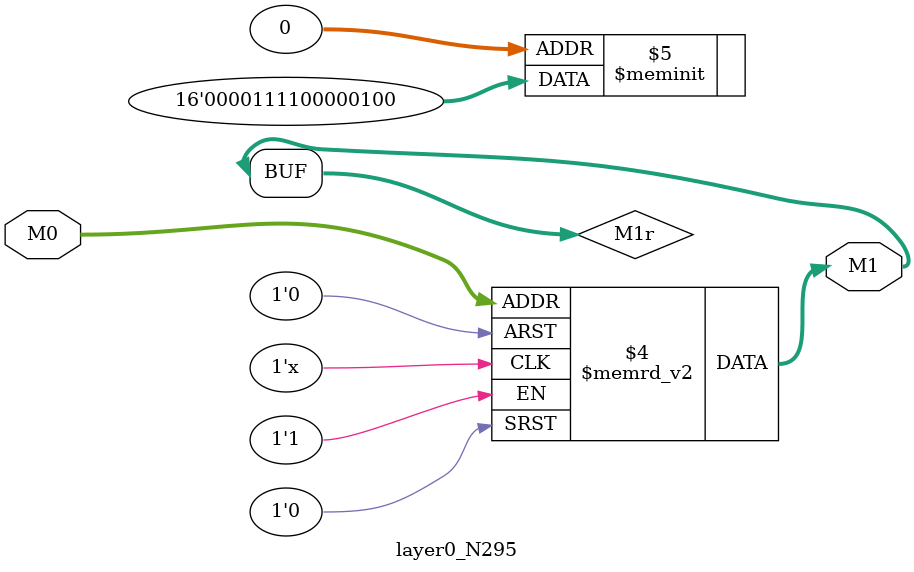
<source format=v>
module layer0_N295 ( input [2:0] M0, output [1:0] M1 );

	(*rom_style = "distributed" *) reg [1:0] M1r;
	assign M1 = M1r;
	always @ (M0) begin
		case (M0)
			3'b000: M1r = 2'b00;
			3'b100: M1r = 2'b11;
			3'b010: M1r = 2'b00;
			3'b110: M1r = 2'b00;
			3'b001: M1r = 2'b01;
			3'b101: M1r = 2'b11;
			3'b011: M1r = 2'b00;
			3'b111: M1r = 2'b00;

		endcase
	end
endmodule

</source>
